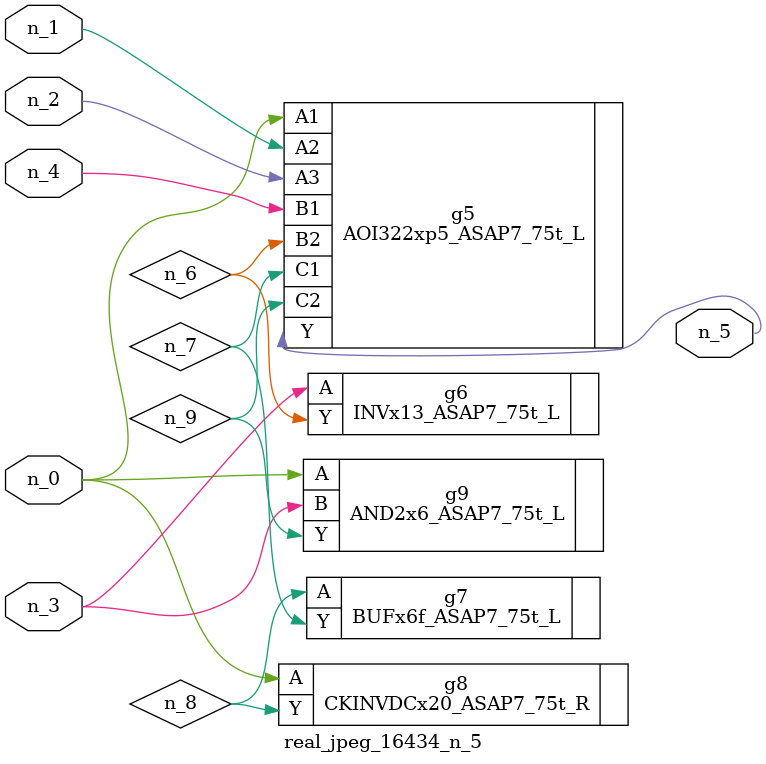
<source format=v>
module real_jpeg_16434_n_5 (n_4, n_0, n_1, n_2, n_3, n_5);

input n_4;
input n_0;
input n_1;
input n_2;
input n_3;

output n_5;

wire n_8;
wire n_6;
wire n_7;
wire n_9;

AOI322xp5_ASAP7_75t_L g5 ( 
.A1(n_0),
.A2(n_1),
.A3(n_2),
.B1(n_4),
.B2(n_6),
.C1(n_7),
.C2(n_9),
.Y(n_5)
);

CKINVDCx20_ASAP7_75t_R g8 ( 
.A(n_0),
.Y(n_8)
);

AND2x6_ASAP7_75t_L g9 ( 
.A(n_0),
.B(n_3),
.Y(n_9)
);

INVx13_ASAP7_75t_L g6 ( 
.A(n_3),
.Y(n_6)
);

BUFx6f_ASAP7_75t_L g7 ( 
.A(n_8),
.Y(n_7)
);


endmodule
</source>
